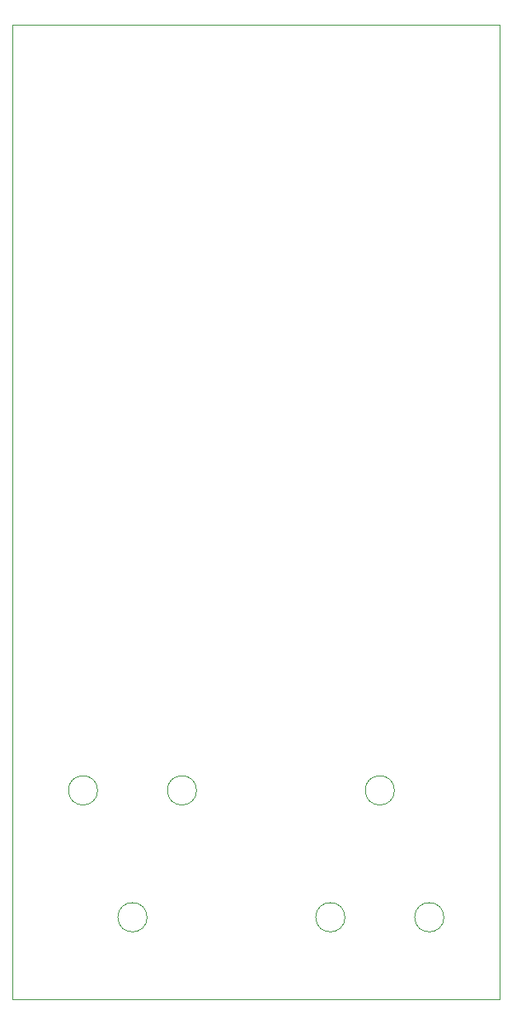
<source format=gbr>
%TF.GenerationSoftware,KiCad,Pcbnew,7.0.2*%
%TF.CreationDate,2023-04-23T21:02:48-07:00*%
%TF.ProjectId,rng_pcb_front,726e675f-7063-4625-9f66-726f6e742e6b,v2.0*%
%TF.SameCoordinates,Original*%
%TF.FileFunction,Profile,NP*%
%FSLAX46Y46*%
G04 Gerber Fmt 4.6, Leading zero omitted, Abs format (unit mm)*
G04 Created by KiCad (PCBNEW 7.0.2) date 2023-04-23 21:02:48*
%MOMM*%
%LPD*%
G01*
G04 APERTURE LIST*
%TA.AperFunction,Profile*%
%ADD10C,0.100000*%
%TD*%
%TA.AperFunction,Profile*%
%ADD11C,0.120000*%
%TD*%
G04 APERTURE END LIST*
D10*
X25800000Y-50800000D02*
X25800000Y-150800000D01*
X25800000Y-150800000D02*
X75800000Y-150800000D01*
X25800000Y-50800000D02*
X50800000Y-50800000D01*
X75800000Y-50800000D02*
X75800000Y-150800000D01*
X50800000Y-50800000D02*
X75800000Y-50800000D01*
D11*
%TO.C,J4*%
X39600000Y-142400000D02*
G75*
G03*
X39600000Y-142400000I-1500000J0D01*
G01*
%TO.C,J6*%
X70080000Y-142400000D02*
G75*
G03*
X70080000Y-142400000I-1500000J0D01*
G01*
%TO.C,J1*%
X34520000Y-129380000D02*
G75*
G03*
X34520000Y-129380000I-1500000J0D01*
G01*
%TO.C,J5*%
X59920000Y-142400000D02*
G75*
G03*
X59920000Y-142400000I-1500000J0D01*
G01*
%TO.C,J3*%
X65000000Y-129380000D02*
G75*
G03*
X65000000Y-129380000I-1500000J0D01*
G01*
%TO.C,J2*%
X44680000Y-129380000D02*
G75*
G03*
X44680000Y-129380000I-1500000J0D01*
G01*
%TD*%
M02*

</source>
